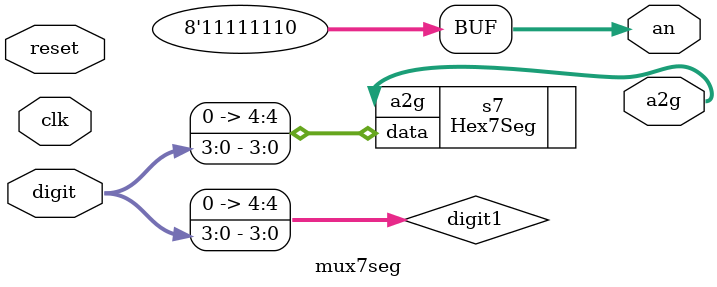
<source format=sv>
module mux7seg(
    input  logic        clk,
    input  logic        reset,
    input  logic [31:0] digit,
    output logic [6:0]  a2g,
    output logic [7:0]  an   );
    
    logic [4:0]  digit1;
    logic [2:0]  s;
    logic [19:0] clkdiv;
    
    assign s = clkdiv[19:17];
    
    
    //·ÂÕæÓÃ
    assign an = 8'b1111_1110;
    assign digit1 = {1'b0, digit[3:0]};
    
    
//    always_comb
//        begin
//            case(s)
//                0: digit1 = {1'b0, digit[3:0]};
//                1: digit1 = {1'b0, digit[7:4]};
//                2: digit1 = {1'b0, digit[11:8]};
//                3: digit1 =  5'h10;
//                4: digit1 = {1'b0, digit[19:16]};
//                5: digit1 = {1'b0, digit[23:20]};
//                6: digit1 = {1'b0, digit[27:24]};
//                7: digit1 = {1'b0, digit[31:28]};
//            endcase
//        end
            
    always_comb
        case(s)
            0: an = 8'b1111_1110;
            1: an = 8'b1111_1101;
            2: an = 8'b1111_1011;
            3: an = 8'b1111_0111;
            4: an = 8'b1110_1111;
            5: an = 8'b1101_1111;
            6: an = 8'b1011_1111;
            7: an = 8'b0111_1111;
        endcase
      
    always @(posedge clk, posedge reset)
        if(reset == 1) clkdiv <= 0;
        else           clkdiv <= clkdiv + 1;
    
    Hex7Seg s7 (.data(digit1),
                .a2g(a2g) );

endmodule
</source>
